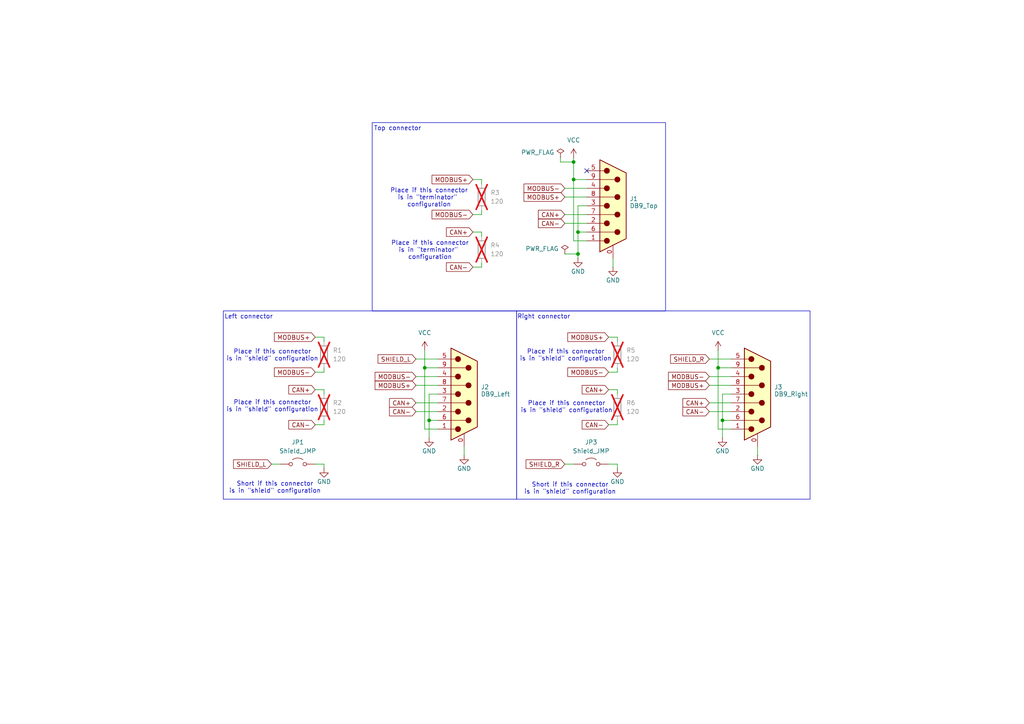
<source format=kicad_sch>
(kicad_sch (version 20250114) (generator "eeschema") (generator_version "9.0")
  (paper "A4")
  (lib_symbols
    (symbol "Connector:DE9_Pins_MountingHoles" (pin_names (offset 1.016) (hide yes))
      (property "Reference" "J" (at 0 16.51 0))
      (property "Value" "DE9_Pins_MountingHoles" (at 0 14.605 0))
      (symbol "DE9_Pins_MountingHoles_0_1"
        (polyline (pts (xy -3.81 10.16) (xy -2.54 10.16)))
        (polyline (pts (xy -3.81 7.62) (xy 0.508 7.62)))
        (polyline (pts (xy -3.81 5.08) (xy -2.54 5.08)))
        (polyline (pts (xy -3.81 2.54) (xy 0.508 2.54)))
        (polyline (pts (xy -3.81 0) (xy -2.54 0)))
        (polyline (pts (xy -3.81 -2.54) (xy 0.508 -2.54)))
        (polyline (pts (xy -3.81 -5.08) (xy -2.54 -5.08)))
        (polyline (pts (xy -3.81 -7.62) (xy 0.508 -7.62)))
        (polyline (pts (xy -3.81 -10.16) (xy -2.54 -10.16)))
        (polyline (pts (xy -3.81 -13.335) (xy -3.81 13.335) (xy 3.81 9.525) (xy 3.81 -9.525) (xy -3.81 -13.335)) (stroke (width 0.254)) (fill (type background)))
        (circle (center -1.778 10.16) (radius 0.762) (fill (type outline)))
        (circle (center -1.778 5.08) (radius 0.762) (fill (type outline)))
        (circle (center -1.778 0) (radius 0.762) (fill (type outline)))
        (circle (center -1.778 -5.08) (radius 0.762) (fill (type outline)))
        (circle (center -1.778 -10.16) (radius 0.762) (fill (type outline)))
        (circle (center 1.27 7.62) (radius 0.762) (fill (type outline)))
        (circle (center 1.27 2.54) (radius 0.762) (fill (type outline)))
        (circle (center 1.27 -2.54) (radius 0.762) (fill (type outline)))
        (circle (center 1.27 -7.62) (radius 0.762) (fill (type outline)))
      )
      (symbol "DE9_Pins_MountingHoles_1_1"
        (pin passive line (at -7.62 10.16 0) (length 3.81) (name "5") (number "5"))
        (pin passive line (at -7.62 7.62 0) (length 3.81) (name "9") (number "9"))
        (pin passive line (at -7.62 5.08 0) (length 3.81) (name "4") (number "4"))
        (pin passive line (at -7.62 2.54 0) (length 3.81) (name "8") (number "8"))
        (pin passive line (at -7.62 0 0) (length 3.81) (name "3") (number "3"))
        (pin passive line (at -7.62 -2.54 0) (length 3.81) (name "7") (number "7"))
        (pin passive line (at -7.62 -5.08 0) (length 3.81) (name "2") (number "2"))
        (pin passive line (at -7.62 -7.62 0) (length 3.81) (name "6") (number "6"))
        (pin passive line (at -7.62 -10.16 0) (length 3.81) (name "1") (number "1"))
        (pin passive line (at 0 -15.24 90) (length 3.81) (name "PAD") (number "0"))
      )
    )
    (symbol "Device:R" (pin_numbers (hide yes)) (pin_names (offset 0))
      (property "Reference" "R" (at 2.032 0 90))
      (property "Value" "R" (at 0 0 90))
      (symbol "R_0_1"
        (rectangle (start -1.016 -2.54) (end 1.016 2.54) (stroke (width 0.254)))
      )
      (symbol "R_1_1"
        (pin passive line (at 0 3.81 270) (length 1.27) (name "~") (number "1"))
        (pin passive line (at 0 -3.81 90) (length 1.27) (name "~") (number "2"))
      )
    )
    (symbol "Jumper:Jumper_2_Open" (pin_numbers (hide yes)) (pin_names (offset 0) (hide yes))
      (property "Reference" "JP" (at 0 2.794 0))
      (property "Value" "Jumper_2_Open" (at 0 -2.286 0))
      (symbol "Jumper_2_Open_0_0"
        (circle (center -2.032 0) (radius 0.508))
        (circle (center 2.032 0) (radius 0.508))
      )
      (symbol "Jumper_2_Open_0_1"
        (arc (start -1.524 1.27) (mid 0 1.778) (end 1.524 1.27))
      )
      (symbol "Jumper_2_Open_1_1"
        (pin passive line (at -5.08 0 0) (length 2.54) (name "A") (number "1"))
        (pin passive line (at 5.08 0 180) (length 2.54) (name "B") (number "2"))
      )
    )
    (symbol "power:GND" (power) (pin_numbers (hide yes)) (pin_names (offset 0) (hide yes))
      (property "Value" "GND" (at 0 -3.81 0))
      (symbol "GND_0_1"
        (polyline (pts (xy 0 0) (xy 0 -1.27) (xy 1.27 -1.27) (xy 0 -2.54) (xy -1.27 -1.27) (xy 0 -1.27)))
      )
      (symbol "GND_1_1"
        (pin power_in line (at 0 0 270) (length 0) (name "~") (number "1"))
      )
    )
    (symbol "power:PWR_FLAG" (power) (pin_numbers (hide yes)) (pin_names (offset 0) (hide yes))
      (property "Value" "PWR_FLAG" (at 0 3.81 0))
      (symbol "PWR_FLAG_0_0"
        (pin power_out line (at 0 0 90) (length 0) (name "~") (number "1"))
      )
      (symbol "PWR_FLAG_0_1"
        (polyline (pts (xy 0 0) (xy 0 1.27) (xy -1.016 1.905) (xy 0 2.54) (xy 1.016 1.905) (xy 0 1.27)))
      )
    )
    (symbol "power:VCC" (power) (pin_numbers (hide yes)) (pin_names (offset 0) (hide yes))
      (property "Value" "VCC" (at 0 3.556 0))
      (symbol "VCC_0_1"
        (polyline (pts (xy -0.762 1.27) (xy 0 2.54)))
        (polyline (pts (xy 0 2.54) (xy 0.762 1.27)))
        (polyline (pts (xy 0 0) (xy 0 2.54)))
      )
      (symbol "VCC_1_1"
        (pin power_in line (at 0 0 90) (length 0) (name "~") (number "1"))
      )
    )
  )
  (rectangle (start 149.86 90.17) (end 234.95 144.78))
  (rectangle (start 64.77 90.17) (end 149.86 144.78))
  (rectangle (start 107.95 35.56) (end 193.04 90.17))
  (text "Place if this connector\nis in \"shield\" configuration" (at 164.084 103.124 0) (effects (font (size 1.27 1.27))))
  (text "Place if this connector\nis in \"shield\" configuration" (at 78.994 103.124 0) (effects (font (size 1.27 1.27))))
  (text "Top connector" (at 115.316 37.338 0) (effects (font (size 1.27 1.27))))
  (text "Short if this connector\nis in \"shield\" configuration" (at 165.354 141.732 0) (effects (font (size 1.27 1.27))))
  (text "Place if this connector\nis in \"shield\" configuration" (at 78.994 117.856 0) (effects (font (size 1.27 1.27))))
  (text "Place if this connector\nis in \"terminator\" \nconfiguration" (at 124.46 57.404 0) (effects (font (size 1.27 1.27))))
  (text "Short if this connector\nis in \"shield\" configuration" (at 79.756 141.478 0) (effects (font (size 1.27 1.27))))
  (text "Place if this connector\nis in \"shield\" configuration" (at 164.338 118.11 0) (effects (font (size 1.27 1.27))))
  (text "Right connector" (at 157.734 91.948 0) (effects (font (size 1.27 1.27))))
  (text "Left connector" (at 72.136 91.948 0) (effects (font (size 1.27 1.27))))
  (text "Place if this connector\nis in \"terminator\" \nconfiguration" (at 124.714 72.644 0) (effects (font (size 1.27 1.27))))
  (junction (at 209.55 121.92))
  (junction (at 124.46 121.92))
  (junction (at 208.28 106.68))
  (junction (at 123.19 106.68))
  (junction (at 167.64 73.66))
  (junction (at 166.37 46.99))
  (junction (at 167.64 67.31))
  (junction (at 166.37 52.07))
  (no_connect (at 170.18 49.53))
  (wire (pts (xy 176.53 123.19) (xy 179.07 123.19)))
  (wire (pts (xy 212.09 114.3) (xy 209.55 114.3)))
  (wire (pts (xy 179.07 123.19) (xy 179.07 121.92)))
  (wire (pts (xy 127 124.46) (xy 123.19 124.46)))
  (wire (pts (xy 120.65 119.38) (xy 127 119.38)))
  (wire (pts (xy 177.8 74.93) (xy 177.8 77.47)))
  (wire (pts (xy 137.16 62.23) (xy 139.7 62.23)))
  (wire (pts (xy 179.07 113.03) (xy 176.53 113.03)))
  (wire (pts (xy 205.74 119.38) (xy 212.09 119.38)))
  (wire (pts (xy 166.37 52.07) (xy 170.18 52.07)))
  (wire (pts (xy 123.19 124.46) (xy 123.19 106.68)))
  (wire (pts (xy 120.65 116.84) (xy 127 116.84)))
  (wire (pts (xy 167.64 67.31) (xy 167.64 73.66)))
  (wire (pts (xy 93.98 97.79) (xy 91.44 97.79)))
  (wire (pts (xy 162.56 45.72) (xy 162.56 46.99)))
  (wire (pts (xy 209.55 114.3) (xy 209.55 121.92)))
  (wire (pts (xy 209.55 121.92) (xy 209.55 127)))
  (wire (pts (xy 93.98 99.06) (xy 93.98 97.79)))
  (wire (pts (xy 179.07 99.06) (xy 179.07 97.79)))
  (wire (pts (xy 163.83 62.23) (xy 170.18 62.23)))
  (wire (pts (xy 120.65 111.76) (xy 127 111.76)))
  (wire (pts (xy 139.7 52.07) (xy 137.16 52.07)))
  (wire (pts (xy 139.7 53.34) (xy 139.7 52.07)))
  (wire (pts (xy 170.18 59.69) (xy 167.64 59.69)))
  (wire (pts (xy 176.53 134.62) (xy 179.07 134.62)))
  (wire (pts (xy 179.07 107.95) (xy 179.07 106.68)))
  (wire (pts (xy 123.19 101.6) (xy 123.19 106.68)))
  (wire (pts (xy 212.09 124.46) (xy 208.28 124.46)))
  (wire (pts (xy 208.28 101.6) (xy 208.28 106.68)))
  (wire (pts (xy 179.07 134.62) (xy 179.07 135.89)))
  (wire (pts (xy 91.44 107.95) (xy 93.98 107.95)))
  (wire (pts (xy 93.98 134.62) (xy 93.98 135.89)))
  (wire (pts (xy 91.44 134.62) (xy 93.98 134.62)))
  (wire (pts (xy 167.64 59.69) (xy 167.64 67.31)))
  (wire (pts (xy 166.37 46.99) (xy 166.37 52.07)))
  (wire (pts (xy 170.18 69.85) (xy 166.37 69.85)))
  (wire (pts (xy 93.98 107.95) (xy 93.98 106.68)))
  (wire (pts (xy 91.44 123.19) (xy 93.98 123.19)))
  (wire (pts (xy 127 114.3) (xy 124.46 114.3)))
  (wire (pts (xy 208.28 106.68) (xy 212.09 106.68)))
  (wire (pts (xy 163.83 134.62) (xy 166.37 134.62)))
  (wire (pts (xy 167.64 67.31) (xy 170.18 67.31)))
  (wire (pts (xy 139.7 67.31) (xy 137.16 67.31)))
  (wire (pts (xy 93.98 113.03) (xy 91.44 113.03)))
  (wire (pts (xy 162.56 46.99) (xy 166.37 46.99)))
  (wire (pts (xy 163.83 64.77) (xy 170.18 64.77)))
  (wire (pts (xy 120.65 109.22) (xy 127 109.22)))
  (wire (pts (xy 205.74 116.84) (xy 212.09 116.84)))
  (wire (pts (xy 137.16 77.47) (xy 139.7 77.47)))
  (wire (pts (xy 120.65 104.14) (xy 127 104.14)))
  (wire (pts (xy 179.07 114.3) (xy 179.07 113.03)))
  (wire (pts (xy 139.7 77.47) (xy 139.7 76.2)))
  (wire (pts (xy 209.55 121.92) (xy 212.09 121.92)))
  (wire (pts (xy 123.19 106.68) (xy 127 106.68)))
  (wire (pts (xy 93.98 114.3) (xy 93.98 113.03)))
  (wire (pts (xy 179.07 97.79) (xy 176.53 97.79)))
  (wire (pts (xy 219.71 129.54) (xy 219.71 132.08)))
  (wire (pts (xy 167.64 73.66) (xy 167.64 74.93)))
  (wire (pts (xy 139.7 62.23) (xy 139.7 60.96)))
  (wire (pts (xy 167.64 73.66) (xy 163.83 73.66)))
  (wire (pts (xy 166.37 69.85) (xy 166.37 52.07)))
  (wire (pts (xy 205.74 104.14) (xy 212.09 104.14)))
  (wire (pts (xy 163.83 54.61) (xy 170.18 54.61)))
  (wire (pts (xy 205.74 109.22) (xy 212.09 109.22)))
  (wire (pts (xy 93.98 123.19) (xy 93.98 121.92)))
  (wire (pts (xy 124.46 114.3) (xy 124.46 121.92)))
  (wire (pts (xy 205.74 111.76) (xy 212.09 111.76)))
  (wire (pts (xy 134.62 129.54) (xy 134.62 132.08)))
  (wire (pts (xy 78.74 134.62) (xy 81.28 134.62)))
  (wire (pts (xy 124.46 121.92) (xy 124.46 127)))
  (wire (pts (xy 166.37 45.72) (xy 166.37 46.99)))
  (wire (pts (xy 124.46 121.92) (xy 127 121.92)))
  (wire (pts (xy 139.7 68.58) (xy 139.7 67.31)))
  (wire (pts (xy 208.28 124.46) (xy 208.28 106.68)))
  (wire (pts (xy 176.53 107.95) (xy 179.07 107.95)))
  (wire (pts (xy 163.83 57.15) (xy 170.18 57.15)))
  (global_label "MODBUS+" (shape input) (at 163.83 57.15 180) (property "Intersheetrefs" "${INTERSHEET_REFS}" (effects (hide yes))))
  (global_label "CAN+" (shape input) (at 205.74 116.84 180) (property "Intersheetrefs" "${INTERSHEET_REFS}" (effects (hide yes))))
  (global_label "MODBUS+" (shape input) (at 205.74 111.76 180) (property "Intersheetrefs" "${INTERSHEET_REFS}" (effects (hide yes))))
  (global_label "SHIELD_R" (shape input) (at 205.74 104.14 180) (property "Intersheetrefs" "${INTERSHEET_REFS}" (effects (hide yes))))
  (global_label "MODBUS-" (shape input) (at 205.74 109.22 180) (property "Intersheetrefs" "${INTERSHEET_REFS}" (effects (hide yes))))
  (global_label "MODBUS-" (shape input) (at 163.83 54.61 180) (property "Intersheetrefs" "${INTERSHEET_REFS}" (effects (hide yes))))
  (global_label "CAN-" (shape input) (at 120.65 119.38 180) (property "Intersheetrefs" "${INTERSHEET_REFS}" (effects (hide yes))))
  (global_label "CAN-" (shape input) (at 176.53 123.19 180) (property "Intersheetrefs" "${INTERSHEET_REFS}" (effects (hide yes))))
  (global_label "CAN+" (shape input) (at 137.16 67.31 180) (property "Intersheetrefs" "${INTERSHEET_REFS}" (effects (hide yes))))
  (global_label "SHIELD_R" (shape input) (at 163.83 134.62 180) (property "Intersheetrefs" "${INTERSHEET_REFS}" (effects (hide yes))))
  (global_label "CAN-" (shape input) (at 163.83 64.77 180) (property "Intersheetrefs" "${INTERSHEET_REFS}" (effects (hide yes))))
  (global_label "CAN+" (shape input) (at 176.53 113.03 180) (property "Intersheetrefs" "${INTERSHEET_REFS}" (effects (hide yes))))
  (global_label "MODBUS+" (shape input) (at 120.65 111.76 180) (property "Intersheetrefs" "${INTERSHEET_REFS}" (effects (hide yes))))
  (global_label "MODBUS+" (shape input) (at 176.53 97.79 180) (property "Intersheetrefs" "${INTERSHEET_REFS}" (effects (hide yes))))
  (global_label "MODBUS+" (shape input) (at 91.44 97.79 180) (property "Intersheetrefs" "${INTERSHEET_REFS}" (effects (hide yes))))
  (global_label "MODBUS-" (shape input) (at 91.44 107.95 180) (property "Intersheetrefs" "${INTERSHEET_REFS}" (effects (hide yes))))
  (global_label "SHIELD_L" (shape input) (at 120.65 104.14 180) (property "Intersheetrefs" "${INTERSHEET_REFS}" (effects (hide yes))))
  (global_label "CAN+" (shape input) (at 120.65 116.84 180) (property "Intersheetrefs" "${INTERSHEET_REFS}" (effects (hide yes))))
  (global_label "MODBUS-" (shape input) (at 120.65 109.22 180) (property "Intersheetrefs" "${INTERSHEET_REFS}" (effects (hide yes))))
  (global_label "CAN-" (shape input) (at 91.44 123.19 180) (property "Intersheetrefs" "${INTERSHEET_REFS}" (effects (hide yes))))
  (global_label "MODBUS-" (shape input) (at 137.16 62.23 180) (property "Intersheetrefs" "${INTERSHEET_REFS}" (effects (hide yes))))
  (global_label "CAN-" (shape input) (at 205.74 119.38 180) (property "Intersheetrefs" "${INTERSHEET_REFS}" (effects (hide yes))))
  (global_label "MODBUS+" (shape input) (at 137.16 52.07 180) (property "Intersheetrefs" "${INTERSHEET_REFS}" (effects (hide yes))))
  (global_label "MODBUS-" (shape input) (at 176.53 107.95 180) (property "Intersheetrefs" "${INTERSHEET_REFS}" (effects (hide yes))))
  (global_label "CAN-" (shape input) (at 137.16 77.47 180) (property "Intersheetrefs" "${INTERSHEET_REFS}" (effects (hide yes))))
  (global_label "SHIELD_L" (shape input) (at 78.74 134.62 180) (property "Intersheetrefs" "${INTERSHEET_REFS}" (effects (hide yes))))
  (global_label "CAN+" (shape input) (at 91.44 113.03 180) (property "Intersheetrefs" "${INTERSHEET_REFS}" (effects (hide yes))))
  (global_label "CAN+" (shape input) (at 163.83 62.23 180) (property "Intersheetrefs" "${INTERSHEET_REFS}" (effects (hide yes))))
  (symbol (lib_id "power:GND") (at 209.55 127 0) (unit 1)
    (property "Reference" "#PWR08" (effects (hide yes)))
    (property "Value" "GND" (at 209.55 130.81 0))
    (property "Description" "Power symbol creates a global label with name \"GND\" , ground" (effects (hide yes)))
  )
  (symbol (lib_id "Device:R") (at 93.98 118.11 180) (unit 1) (dnp yes)
    (property "Reference" "R2" (at 96.52 116.8399 0) (effects (justify right)))
    (property "Value" "120" (at 96.52 119.3799 0) (effects (justify right)))
    (property "Footprint" "Resistor_SMD:R_1206_3216Metric_Pad1.30x1.75mm_HandSolder" (effects (hide yes)))
    (property "Description" "Resistor" (effects (hide yes)))
  )
  (symbol (lib_id "power:GND") (at 219.71 132.08 0) (unit 1)
    (property "Reference" "#PWR09" (effects (hide yes)))
    (property "Value" "GND" (at 219.71 135.89 0))
    (property "Description" "Power symbol creates a global label with name \"GND\" , ground" (effects (hide yes)))
  )
  (symbol (lib_id "power:PWR_FLAG") (at 163.83 73.66 0) (unit 1)
    (property "Reference" "#FLG02" (effects (hide yes)))
    (property "Value" "PWR_FLAG" (at 157.226 72.136 0))
    (property "Description" "Special symbol for telling ERC where power comes from" (effects (hide yes)))
  )
  (symbol (lib_id "Jumper:Jumper_2_Open") (at 171.45 134.62 0) (unit 1)
    (property "Reference" "JP3" (at 171.45 128.27 0))
    (property "Value" "Shield_JMP" (at 171.45 130.81 0))
    (property "Footprint" "Jumper:SolderJumper-2_P1.3mm_Open_RoundedPad1.0x1.5mm" (effects (hide yes)))
    (property "Description" "Jumper, 2-pole, open" (effects (hide yes)))
  )
  (symbol (lib_id "Connector:DE9_Pins_MountingHoles") (at 134.62 114.3 0) (unit 1)
    (property "Reference" "J2" (at 139.446 112.268 0) (effects (justify left)))
    (property "Value" "DB9_Left" (at 139.446 114.3 0) (effects (justify left)))
    (property "Footprint" "Connector_Dsub:DSUB-9_Pins_Horizontal_P2.77x2.84mm_EdgePinOffset7.70mm_Housed_MountingHolesOffset9.12mm" (effects (hide yes)))
    (property "Description" "9-pin D-SUB connector, pins (male), Mounting Hole" (effects (hide yes)))
  )
  (symbol (lib_id "power:GND") (at 179.07 135.89 0) (unit 1)
    (property "Reference" "#PWR07" (effects (hide yes)))
    (property "Value" "GND" (at 179.07 139.7 0))
    (property "Description" "Power symbol creates a global label with name \"GND\" , ground" (effects (hide yes)))
  )
  (symbol (lib_id "Device:R") (at 139.7 57.15 180) (unit 1) (dnp yes)
    (property "Reference" "R3" (at 142.24 55.8799 0) (effects (justify right)))
    (property "Value" "120" (at 142.24 58.4199 0) (effects (justify right)))
    (property "Footprint" "Resistor_SMD:R_1206_3216Metric_Pad1.30x1.75mm_HandSolder" (effects (hide yes)))
    (property "Description" "Resistor" (effects (hide yes)))
  )
  (symbol (lib_id "power:PWR_FLAG") (at 162.56 45.72 0) (unit 1)
    (property "Reference" "#FLG01" (effects (hide yes)))
    (property "Value" "PWR_FLAG" (at 155.956 44.196 0))
    (property "Description" "Special symbol for telling ERC where power comes from" (effects (hide yes)))
  )
  (symbol (lib_id "power:GND") (at 124.46 127 0) (unit 1)
    (property "Reference" "#PWR05" (effects (hide yes)))
    (property "Value" "GND" (at 124.46 130.81 0))
    (property "Description" "Power symbol creates a global label with name \"GND\" , ground" (effects (hide yes)))
  )
  (symbol (lib_id "Device:R") (at 139.7 72.39 180) (unit 1) (dnp yes)
    (property "Reference" "R4" (at 142.24 71.1199 0) (effects (justify right)))
    (property "Value" "120" (at 142.24 73.6599 0) (effects (justify right)))
    (property "Footprint" "Resistor_SMD:R_1206_3216Metric_Pad1.30x1.75mm_HandSolder" (effects (hide yes)))
    (property "Description" "Resistor" (effects (hide yes)))
  )
  (symbol (lib_id "Device:R") (at 179.07 118.11 180) (unit 1) (dnp yes)
    (property "Reference" "R6" (at 181.61 116.8399 0) (effects (justify right)))
    (property "Value" "120" (at 181.61 119.3799 0) (effects (justify right)))
    (property "Footprint" "Resistor_SMD:R_1206_3216Metric_Pad1.30x1.75mm_HandSolder" (effects (hide yes)))
    (property "Description" "Resistor" (effects (hide yes)))
  )
  (symbol (lib_id "power:VCC") (at 208.28 101.6 0) (unit 1)
    (property "Reference" "#PWR02" (effects (hide yes)))
    (property "Value" "VCC" (at 208.28 96.52 0))
    (property "Description" "Power symbol creates a global label with name \"VCC\"" (effects (hide yes)))
  )
  (symbol (lib_id "Device:R") (at 93.98 102.87 180) (unit 1) (dnp yes)
    (property "Reference" "R1" (at 96.52 101.5999 0) (effects (justify right)))
    (property "Value" "120" (at 96.52 104.1399 0) (effects (justify right)))
    (property "Footprint" "Resistor_SMD:R_1206_3216Metric_Pad1.30x1.75mm_HandSolder" (effects (hide yes)))
    (property "Description" "Resistor" (effects (hide yes)))
  )
  (symbol (lib_id "power:GND") (at 177.8 77.47 0) (unit 1)
    (property "Reference" "#PWR04" (effects (hide yes)))
    (property "Value" "GND" (at 177.8 81.28 0))
    (property "Description" "Power symbol creates a global label with name \"GND\" , ground" (effects (hide yes)))
  )
  (symbol (lib_id "Jumper:Jumper_2_Open") (at 86.36 134.62 0) (unit 1)
    (property "Reference" "JP1" (at 86.36 128.27 0))
    (property "Value" "Shield_JMP" (at 86.36 130.81 0))
    (property "Footprint" "Jumper:SolderJumper-2_P1.3mm_Open_RoundedPad1.0x1.5mm" (effects (hide yes)))
    (property "Description" "Jumper, 2-pole, open" (effects (hide yes)))
  )
  (symbol (lib_id "power:GND") (at 134.62 132.08 0) (unit 1)
    (property "Reference" "#PWR06" (effects (hide yes)))
    (property "Value" "GND" (at 134.62 135.89 0))
    (property "Description" "Power symbol creates a global label with name \"GND\" , ground" (effects (hide yes)))
  )
  (symbol (lib_id "power:VCC") (at 166.37 45.72 0) (unit 1)
    (property "Reference" "#PWR011" (effects (hide yes)))
    (property "Value" "VCC" (at 166.37 40.64 0))
    (property "Description" "Power symbol creates a global label with name \"VCC\"" (effects (hide yes)))
  )
  (symbol (lib_id "power:GND") (at 93.98 135.89 0) (unit 1)
    (property "Reference" "#PWR01" (effects (hide yes)))
    (property "Value" "GND" (at 93.98 139.7 0))
    (property "Description" "Power symbol creates a global label with name \"GND\" , ground" (effects (hide yes)))
  )
  (symbol (lib_id "power:VCC") (at 123.19 101.6 0) (unit 1)
    (property "Reference" "#PWR010" (effects (hide yes)))
    (property "Value" "VCC" (at 123.19 96.52 0))
    (property "Description" "Power symbol creates a global label with name \"VCC\"" (effects (hide yes)))
  )
  (symbol (lib_id "Connector:DE9_Pins_MountingHoles") (at 219.71 114.3 0) (unit 1)
    (property "Reference" "J3" (at 224.536 112.268 0) (effects (justify left)))
    (property "Value" "DB9_Right" (at 224.536 114.3 0) (effects (justify left)))
    (property "Footprint" "Connector_Dsub:DSUB-9_Pins_Horizontal_P2.77x2.84mm_EdgePinOffset7.70mm_Housed_MountingHolesOffset9.12mm" (effects (hide yes)))
    (property "Description" "9-pin D-SUB connector, pins (male), Mounting Hole" (effects (hide yes)))
  )
  (symbol (lib_id "power:GND") (at 167.64 74.93 0) (unit 1)
    (property "Reference" "#PWR03" (effects (hide yes)))
    (property "Value" "GND" (at 167.64 78.74 0))
    (property "Description" "Power symbol creates a global label with name \"GND\" , ground" (effects (hide yes)))
  )
  (symbol (lib_id "Connector:DE9_Pins_MountingHoles") (at 177.8 59.69 0) (unit 1)
    (property "Reference" "J1" (at 182.626 57.658 0) (effects (justify left)))
    (property "Value" "DB9_Top" (at 182.626 59.69 0) (effects (justify left)))
    (property "Footprint" "Connector_Dsub:DSUB-9_Pins_Horizontal_P2.77x2.84mm_EdgePinOffset7.70mm_Housed_MountingHolesOffset9.12mm" (effects (hide yes)))
    (property "Description" "9-pin D-SUB connector, pins (male), Mounting Hole" (effects (hide yes)))
  )
  (symbol (lib_id "Device:R") (at 179.07 102.87 180) (unit 1) (dnp yes)
    (property "Reference" "R5" (at 181.61 101.5999 0) (effects (justify right)))
    (property "Value" "120" (at 181.61 104.1399 0) (effects (justify right)))
    (property "Footprint" "Resistor_SMD:R_1206_3216Metric_Pad1.30x1.75mm_HandSolder" (effects (hide yes)))
    (property "Description" "Resistor" (effects (hide yes)))
  )
)
</source>
